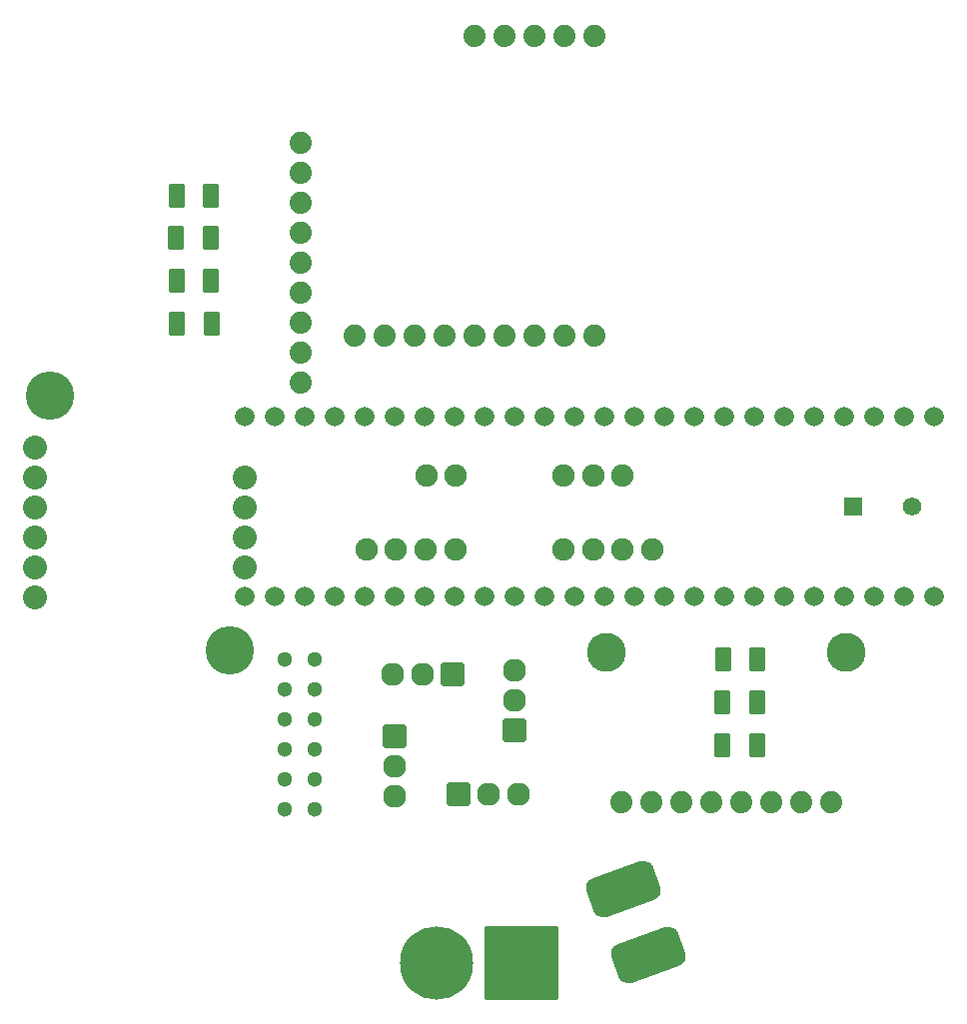
<source format=gbs>
%TF.GenerationSoftware,KiCad,Pcbnew,7.0.9*%
%TF.CreationDate,2024-02-14T22:00:14-05:00*%
%TF.ProjectId,payload24,7061796c-6f61-4643-9234-2e6b69636164,2*%
%TF.SameCoordinates,Original*%
%TF.FileFunction,Soldermask,Bot*%
%TF.FilePolarity,Negative*%
%FSLAX46Y46*%
G04 Gerber Fmt 4.6, Leading zero omitted, Abs format (unit mm)*
G04 Created by KiCad (PCBNEW 7.0.9) date 2024-02-14 22:00:14*
%MOMM*%
%LPD*%
G01*
G04 APERTURE LIST*
G04 Aperture macros list*
%AMRoundRect*
0 Rectangle with rounded corners*
0 $1 Rounding radius*
0 $2 $3 $4 $5 $6 $7 $8 $9 X,Y pos of 4 corners*
0 Add a 4 corners polygon primitive as box body*
4,1,4,$2,$3,$4,$5,$6,$7,$8,$9,$2,$3,0*
0 Add four circle primitives for the rounded corners*
1,1,$1+$1,$2,$3*
1,1,$1+$1,$4,$5*
1,1,$1+$1,$6,$7*
1,1,$1+$1,$8,$9*
0 Add four rect primitives between the rounded corners*
20,1,$1+$1,$2,$3,$4,$5,0*
20,1,$1+$1,$4,$5,$6,$7,0*
20,1,$1+$1,$6,$7,$8,$9,0*
20,1,$1+$1,$8,$9,$2,$3,0*%
G04 Aperture macros list end*
%ADD10C,1.879600*%
%ADD11C,1.905000*%
%ADD12RoundRect,0.875000X1.697579X1.549024X-2.296114X0.095438X-1.697579X-1.549024X2.296114X-0.095438X0*%
%ADD13C,2.032000*%
%ADD14C,4.101600*%
%ADD15C,3.301600*%
%ADD16C,1.300000*%
%ADD17R,1.574800X1.574800*%
%ADD18C,1.574800*%
%ADD19RoundRect,0.102000X0.877500X0.877500X-0.877500X0.877500X-0.877500X-0.877500X0.877500X-0.877500X0*%
%ADD20C,1.959000*%
%ADD21RoundRect,0.102000X0.615000X0.885000X-0.615000X0.885000X-0.615000X-0.885000X0.615000X-0.885000X0*%
%ADD22C,6.204000*%
%ADD23RoundRect,0.102000X3.000000X3.000000X-3.000000X3.000000X-3.000000X-3.000000X3.000000X-3.000000X0*%
%ADD24RoundRect,0.102000X0.877500X-0.877500X0.877500X0.877500X-0.877500X0.877500X-0.877500X-0.877500X0*%
%ADD25RoundRect,0.102000X-0.877500X-0.877500X0.877500X-0.877500X0.877500X0.877500X-0.877500X0.877500X0*%
%ADD26RoundRect,0.102000X0.580000X0.910000X-0.580000X0.910000X-0.580000X-0.910000X0.580000X-0.910000X0*%
%ADD27C,1.665000*%
%ADD28RoundRect,0.102000X-0.877500X0.877500X-0.877500X-0.877500X0.877500X-0.877500X0.877500X0.877500X0*%
G04 APERTURE END LIST*
D10*
%TO.C,U3*%
X49305000Y-49935000D03*
X49305000Y-47395000D03*
X49305000Y-44855000D03*
X49305000Y-42315000D03*
X49305000Y-39775000D03*
X49305000Y-37235000D03*
X49305000Y-34695000D03*
X49305000Y-32155000D03*
X49305000Y-29615000D03*
%TD*%
D11*
%TO.C,J2*%
X59950000Y-57785800D03*
X62450000Y-57785800D03*
%TD*%
%TO.C,J1*%
X71600000Y-57785800D03*
X74100000Y-57785800D03*
X76600000Y-57785800D03*
%TD*%
D12*
%TO.C,SW1*%
X78748599Y-98457885D03*
X76698663Y-92825731D03*
%TD*%
D13*
%TO.C,U14*%
X26800000Y-55445000D03*
X26800000Y-57985000D03*
X26800000Y-60525000D03*
X26800000Y-63065000D03*
X26800000Y-65605000D03*
X26800000Y-68145000D03*
X44580000Y-57985000D03*
X44580000Y-60525000D03*
X44580000Y-63065000D03*
X44580000Y-65605000D03*
D14*
X28070000Y-51000000D03*
X43310000Y-72590000D03*
%TD*%
D11*
%TO.C,J3*%
X71600000Y-64085800D03*
X74100000Y-64085800D03*
X76600000Y-64085800D03*
X79100000Y-64085800D03*
%TD*%
D10*
%TO.C,U8*%
X76460000Y-85500000D03*
X79000000Y-85500000D03*
X81540000Y-85500000D03*
X84080000Y-85500000D03*
X86620000Y-85500000D03*
X89160000Y-85500000D03*
X91700000Y-85500000D03*
X94240000Y-85500000D03*
D15*
X75190000Y-72800000D03*
X95510000Y-72800000D03*
%TD*%
D16*
%TO.C,U5*%
X50460000Y-86050000D03*
X47920000Y-86050000D03*
X50460000Y-83510000D03*
X47920000Y-83510000D03*
X50460000Y-80970000D03*
X47920000Y-80970000D03*
X50460000Y-75890000D03*
X47920000Y-75890000D03*
X50460000Y-78430000D03*
X47920000Y-78430000D03*
X50460000Y-73350000D03*
X47920000Y-73350000D03*
%TD*%
D17*
%TO.C,LS1*%
X96170000Y-60420000D03*
D18*
X101170000Y-60420000D03*
%TD*%
D11*
%TO.C,J4*%
X54900000Y-64085800D03*
X57400000Y-64085800D03*
X59900000Y-64085800D03*
X62400000Y-64085800D03*
%TD*%
D19*
%TO.C,Q1*%
X62160000Y-74630000D03*
D20*
X59620000Y-74630000D03*
X57080000Y-74630000D03*
%TD*%
D21*
%TO.C,R2*%
X41722000Y-34070000D03*
X38790000Y-34070000D03*
%TD*%
D22*
%TO.C,U6*%
X60800000Y-99125000D03*
D23*
X68000000Y-99125000D03*
%TD*%
D24*
%TO.C,Q3*%
X67450000Y-79440000D03*
D20*
X67450000Y-76900000D03*
X67450000Y-74360000D03*
%TD*%
D21*
%TO.C,R5*%
X41712000Y-41300000D03*
X38780000Y-41300000D03*
%TD*%
%TO.C,R3*%
X41698000Y-37680000D03*
X38766000Y-37680000D03*
%TD*%
D25*
%TO.C,U2*%
X62660000Y-84780000D03*
D20*
X65200000Y-84780000D03*
X67740000Y-84780000D03*
%TD*%
D26*
%TO.C,C1*%
X88050000Y-73390000D03*
X85100000Y-73390000D03*
%TD*%
D27*
%TO.C,U1*%
X47150000Y-52800000D03*
X49690000Y-52800000D03*
X52230000Y-52800000D03*
X54770000Y-52800000D03*
X80170000Y-52800000D03*
X49690000Y-68040000D03*
X57310000Y-52800000D03*
X59850000Y-52800000D03*
X62390000Y-52800000D03*
X64930000Y-52800000D03*
X67470000Y-52800000D03*
X70010000Y-52800000D03*
X72550000Y-52800000D03*
X75090000Y-52800000D03*
X77630000Y-52800000D03*
X77630000Y-68040000D03*
X75090000Y-68040000D03*
X72550000Y-68040000D03*
X70010000Y-68040000D03*
X67470000Y-68040000D03*
X64930000Y-68040000D03*
X62390000Y-68040000D03*
X59850000Y-68040000D03*
X57310000Y-68040000D03*
X54770000Y-68040000D03*
X52230000Y-68040000D03*
X82710000Y-52800000D03*
X85250000Y-52800000D03*
X87790000Y-52800000D03*
X90330000Y-52800000D03*
X92870000Y-52800000D03*
X95410000Y-52800000D03*
X97950000Y-52800000D03*
X100490000Y-52800000D03*
X103030000Y-52800000D03*
X103030000Y-68040000D03*
X100490000Y-68040000D03*
X97950000Y-68040000D03*
X95410000Y-68040000D03*
X92870000Y-68040000D03*
X90330000Y-68040000D03*
X87790000Y-68040000D03*
X85250000Y-68040000D03*
X82710000Y-68040000D03*
X44610000Y-52800000D03*
X80170000Y-68040000D03*
X47150000Y-68040000D03*
X44610000Y-68040000D03*
%TD*%
D28*
%TO.C,U7*%
X57290000Y-79950000D03*
D20*
X57290000Y-82490000D03*
X57290000Y-85030000D03*
%TD*%
D26*
%TO.C,C2*%
X87980000Y-77050000D03*
X85030000Y-77050000D03*
%TD*%
D10*
%TO.C,U4*%
X74230000Y-45940000D03*
X71690000Y-45940000D03*
X69150000Y-45940000D03*
X66610000Y-45940000D03*
X64070000Y-45940000D03*
X61530000Y-45940000D03*
X58990000Y-45940000D03*
X56450000Y-45940000D03*
X53910000Y-45940000D03*
X74230000Y-20540000D03*
X71690000Y-20540000D03*
X69150000Y-20540000D03*
X66610000Y-20540000D03*
X64070000Y-20540000D03*
%TD*%
D21*
%TO.C,R6*%
X41784000Y-44920000D03*
X38852000Y-44920000D03*
%TD*%
D26*
%TO.C,C3*%
X88000000Y-80680000D03*
X85050000Y-80680000D03*
%TD*%
M02*

</source>
